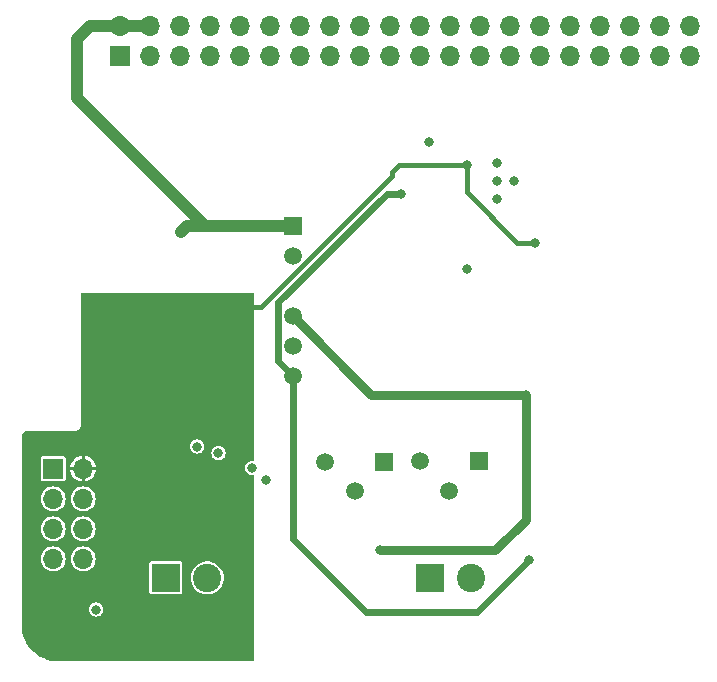
<source format=gbr>
%TF.GenerationSoftware,KiCad,Pcbnew,8.0.8*%
%TF.CreationDate,2025-02-25T11:28:35+01:00*%
%TF.ProjectId,ADC_16bit_board_v0r0,4144435f-3136-4626-9974-5f626f617264,rev?*%
%TF.SameCoordinates,Original*%
%TF.FileFunction,Copper,L3,Inr*%
%TF.FilePolarity,Positive*%
%FSLAX46Y46*%
G04 Gerber Fmt 4.6, Leading zero omitted, Abs format (unit mm)*
G04 Created by KiCad (PCBNEW 8.0.8) date 2025-02-25 11:28:35*
%MOMM*%
%LPD*%
G01*
G04 APERTURE LIST*
%TA.AperFunction,ComponentPad*%
%ADD10R,1.700000X1.700000*%
%TD*%
%TA.AperFunction,ComponentPad*%
%ADD11O,1.700000X1.700000*%
%TD*%
%TA.AperFunction,ComponentPad*%
%ADD12R,2.400000X2.400000*%
%TD*%
%TA.AperFunction,ComponentPad*%
%ADD13C,2.400000*%
%TD*%
%TA.AperFunction,ComponentPad*%
%ADD14R,1.500000X1.500000*%
%TD*%
%TA.AperFunction,ComponentPad*%
%ADD15C,1.500000*%
%TD*%
%TA.AperFunction,ComponentPad*%
%ADD16R,1.508000X1.508000*%
%TD*%
%TA.AperFunction,ComponentPad*%
%ADD17C,1.508000*%
%TD*%
%TA.AperFunction,ViaPad*%
%ADD18C,0.800000*%
%TD*%
%TA.AperFunction,Conductor*%
%ADD19C,0.600000*%
%TD*%
%TA.AperFunction,Conductor*%
%ADD20C,0.400000*%
%TD*%
%TA.AperFunction,Conductor*%
%ADD21C,1.000000*%
%TD*%
%TA.AperFunction,Conductor*%
%ADD22C,0.800000*%
%TD*%
G04 APERTURE END LIST*
D10*
%TO.N,GAIN*%
%TO.C,J4*%
X194960000Y-100880000D03*
D11*
%TO.N,VDD*%
X197500000Y-100880000D03*
%TO.N,GAIN*%
X194960000Y-103420000D03*
%TO.N,Net-(J4-Pin_4)*%
X197500000Y-103420000D03*
%TO.N,GAIN*%
X194960000Y-105960000D03*
%TO.N,Net-(J4-Pin_6)*%
X197500000Y-105960000D03*
%TO.N,GAIN*%
X194960000Y-108500000D03*
%TO.N,GND*%
X197500000Y-108500000D03*
%TD*%
D12*
%TO.N,Net-(J1-Pin_1)*%
%TO.C,J1*%
X226850000Y-110150000D03*
D13*
%TO.N,Net-(J1-Pin_2)*%
X230350000Y-110150000D03*
%TD*%
D14*
%TO.N,VBUS*%
%TO.C,U2*%
X215250000Y-80325000D03*
D15*
%TO.N,GND*%
X215250000Y-82865000D03*
%TO.N,-5VA*%
X215250000Y-87945000D03*
%TO.N,GNDA*%
X215250000Y-90485000D03*
%TO.N,+5VA*%
X215250000Y-93025000D03*
%TD*%
D16*
%TO.N,Net-(U3-+)*%
%TO.C,RV1*%
X231000000Y-100250000D03*
D17*
%TO.N,Net-(C10-Pad2)*%
X228500000Y-102750000D03*
%TO.N,unconnected-(RV1-Pad3)*%
X226000000Y-100250000D03*
%TD*%
D16*
%TO.N,Net-(RV2-Pad1)*%
%TO.C,RV2*%
X223000000Y-100270000D03*
D17*
%TO.N,Net-(RV2-Pad2)*%
X220500000Y-102770000D03*
%TO.N,unconnected-(RV2-Pad3)*%
X218000000Y-100270000D03*
%TD*%
D12*
%TO.N,Net-(J2-Pin_1)*%
%TO.C,J2*%
X204500000Y-110109000D03*
D13*
%TO.N,Net-(J2-Pin_2)*%
X208000000Y-110109000D03*
%TD*%
D10*
%TO.N,+3V3*%
%TO.C,J3*%
X200650000Y-65940000D03*
D11*
%TO.N,VBUS*%
X200650000Y-63400000D03*
%TO.N,/GPIO2{slash}SDA1*%
X203190000Y-65940000D03*
%TO.N,VBUS*%
X203190000Y-63400000D03*
%TO.N,/GPIO3{slash}SCL1*%
X205730000Y-65940000D03*
%TO.N,GND*%
X205730000Y-63400000D03*
%TO.N,/GPIO4{slash}GPCLK0*%
X208270000Y-65940000D03*
%TO.N,/GPIO14{slash}TXD0*%
X208270000Y-63400000D03*
%TO.N,GND*%
X210810000Y-65940000D03*
%TO.N,/GPIO15{slash}RXD0*%
X210810000Y-63400000D03*
%TO.N,/GPIO17*%
X213350000Y-65940000D03*
%TO.N,I2S_BCLK*%
X213350000Y-63400000D03*
%TO.N,/GPIO27*%
X215890000Y-65940000D03*
%TO.N,GND*%
X215890000Y-63400000D03*
%TO.N,/GPIO22*%
X218430000Y-65940000D03*
%TO.N,/GPIO23*%
X218430000Y-63400000D03*
%TO.N,+3V3*%
X220970000Y-65940000D03*
%TO.N,/GPIO24*%
X220970000Y-63400000D03*
%TO.N,SPI_MOSI*%
X223510000Y-65940000D03*
%TO.N,GND*%
X223510000Y-63400000D03*
%TO.N,SPI_MISO*%
X226050000Y-65940000D03*
%TO.N,/GPIO25*%
X226050000Y-63400000D03*
%TO.N,SPI_CLK*%
X228590000Y-65940000D03*
%TO.N,SPI_CS*%
X228590000Y-63400000D03*
%TO.N,GND*%
X231130000Y-65940000D03*
%TO.N,/GPIO7{slash}SPI0.CE1*%
X231130000Y-63400000D03*
%TO.N,/ID_SDA*%
X233670000Y-65940000D03*
%TO.N,/ID_SCL*%
X233670000Y-63400000D03*
%TO.N,/GPIO5*%
X236210000Y-65940000D03*
%TO.N,GND*%
X236210000Y-63400000D03*
%TO.N,/GPIO6*%
X238750000Y-65940000D03*
%TO.N,/GPIO12{slash}PWM0*%
X238750000Y-63400000D03*
%TO.N,/GPIO13{slash}PWM1*%
X241290000Y-65940000D03*
%TO.N,GND*%
X241290000Y-63400000D03*
%TO.N,I2S_LRCLK*%
X243830000Y-65940000D03*
%TO.N,/GPIO16*%
X243830000Y-63400000D03*
%TO.N,/GPIO26*%
X246370000Y-65940000D03*
%TO.N,/GPIO20{slash}PCM.DIN*%
X246370000Y-63400000D03*
%TO.N,GND*%
X248910000Y-65940000D03*
%TO.N,I2S_DOUT*%
X248910000Y-63400000D03*
%TD*%
D18*
%TO.N,SPI_MOSI*%
X226750000Y-73250000D03*
X230000000Y-84000000D03*
%TO.N,+5VA*%
X224367083Y-77603493D03*
X235200000Y-108600000D03*
%TO.N,VDD*%
X203600000Y-101800000D03*
X229950000Y-75200000D03*
X235750000Y-81750000D03*
X194600000Y-115400000D03*
X204088590Y-100050000D03*
X204600000Y-97000000D03*
X206800000Y-87200000D03*
%TO.N,VBUS*%
X205800000Y-80800000D03*
%TO.N,-5VA*%
X222600000Y-107800000D03*
X235000000Y-94600000D03*
%TO.N,I2S_LRCLK*%
X212950000Y-101800000D03*
%TO.N,GND*%
X232500000Y-78000000D03*
X232500000Y-75000000D03*
X232500000Y-76500000D03*
X234000000Y-76500000D03*
%TO.N,I2S_DOUT*%
X208950000Y-99550000D03*
%TO.N,I2S_BCLK*%
X211800000Y-100800000D03*
%TO.N,GAIN*%
X207150000Y-99000000D03*
%TO.N,Net-(J4-Pin_6)*%
X198600000Y-112800000D03*
%TD*%
D19*
%TO.N,+5VA*%
X214000000Y-91775000D02*
X215250000Y-93025000D01*
X223196507Y-77603493D02*
X214000000Y-86800000D01*
X224367083Y-77603493D02*
X223196507Y-77603493D01*
X214000000Y-86800000D02*
X214000000Y-91775000D01*
D20*
%TO.N,VDD*%
X224197918Y-75200000D02*
X229950000Y-75200000D01*
X223650000Y-75747918D02*
X224197918Y-75200000D01*
X223650000Y-76091346D02*
X223650000Y-75747918D01*
X212541346Y-87200000D02*
X223650000Y-76091346D01*
X206800000Y-87200000D02*
X212541346Y-87200000D01*
X234250000Y-81750000D02*
X235750000Y-81750000D01*
X229950000Y-77450000D02*
X234250000Y-81750000D01*
X229950000Y-75200000D02*
X229950000Y-77450000D01*
D19*
%TO.N,+5VA*%
X230800000Y-113000000D02*
X235200000Y-108600000D01*
X215250000Y-106850000D02*
X221400000Y-113000000D01*
X221400000Y-113000000D02*
X230800000Y-113000000D01*
X215250000Y-93025000D02*
X215250000Y-106850000D01*
D21*
%TO.N,VBUS*%
X207825000Y-80325000D02*
X206275000Y-80325000D01*
X197000000Y-64500000D02*
X197000000Y-69500000D01*
X200650000Y-63400000D02*
X198100000Y-63400000D01*
X206275000Y-80325000D02*
X205800000Y-80800000D01*
X207825000Y-80325000D02*
X215250000Y-80325000D01*
X203190000Y-63400000D02*
X200650000Y-63400000D01*
X198100000Y-63400000D02*
X197000000Y-64500000D01*
X197000000Y-69500000D02*
X207825000Y-80325000D01*
D22*
%TO.N,-5VA*%
X235000000Y-105200000D02*
X235000000Y-94600000D01*
X235000000Y-94600000D02*
X221905000Y-94600000D01*
X221905000Y-94600000D02*
X215250000Y-87945000D01*
X232400000Y-107800000D02*
X235000000Y-105200000D01*
X222600000Y-107800000D02*
X232400000Y-107800000D01*
%TD*%
%TA.AperFunction,Conductor*%
%TO.N,VDD*%
G36*
X211981548Y-86018452D02*
G01*
X212000000Y-86063000D01*
X212000000Y-100148810D01*
X211981548Y-100193358D01*
X211937000Y-100211810D01*
X211928777Y-100211271D01*
X211800000Y-100194318D01*
X211643236Y-100214956D01*
X211643233Y-100214956D01*
X211497160Y-100275463D01*
X211497158Y-100275464D01*
X211371721Y-100371714D01*
X211371714Y-100371721D01*
X211275464Y-100497158D01*
X211275463Y-100497160D01*
X211214956Y-100643233D01*
X211214956Y-100643236D01*
X211194318Y-100799999D01*
X211194318Y-100800000D01*
X211214956Y-100956763D01*
X211214956Y-100956766D01*
X211275463Y-101102839D01*
X211275464Y-101102841D01*
X211371714Y-101228278D01*
X211371721Y-101228285D01*
X211439247Y-101280099D01*
X211497159Y-101324536D01*
X211548797Y-101345925D01*
X211643235Y-101385043D01*
X211643238Y-101385044D01*
X211771984Y-101401993D01*
X211799999Y-101405682D01*
X211799999Y-101405681D01*
X211800000Y-101405682D01*
X211928777Y-101388728D01*
X211975352Y-101401208D01*
X211999461Y-101442966D01*
X212000000Y-101451189D01*
X212000000Y-117097000D01*
X211981548Y-117141548D01*
X211937000Y-117160000D01*
X195300455Y-117160000D01*
X195299572Y-117159994D01*
X195134750Y-117157683D01*
X195128579Y-117157293D01*
X194800595Y-117120338D01*
X194793630Y-117119154D01*
X194472295Y-117045811D01*
X194465506Y-117043856D01*
X194154381Y-116934989D01*
X194147854Y-116932285D01*
X193850888Y-116789274D01*
X193844705Y-116785857D01*
X193565609Y-116610489D01*
X193559847Y-116606400D01*
X193302154Y-116400897D01*
X193296886Y-116396190D01*
X193063809Y-116163113D01*
X193059102Y-116157845D01*
X192853599Y-115900152D01*
X192849510Y-115894390D01*
X192674142Y-115615294D01*
X192670725Y-115609111D01*
X192527714Y-115312145D01*
X192525010Y-115305618D01*
X192416143Y-114994493D01*
X192414188Y-114987704D01*
X192340845Y-114666369D01*
X192339661Y-114659404D01*
X192302705Y-114331408D01*
X192302316Y-114325261D01*
X192300006Y-114160427D01*
X192300000Y-114159544D01*
X192300000Y-112799999D01*
X197994318Y-112799999D01*
X197994318Y-112800000D01*
X198014956Y-112956763D01*
X198014956Y-112956766D01*
X198075463Y-113102839D01*
X198075464Y-113102841D01*
X198171714Y-113228278D01*
X198171721Y-113228285D01*
X198265798Y-113300472D01*
X198297159Y-113324536D01*
X198389274Y-113362691D01*
X198443235Y-113385043D01*
X198443238Y-113385044D01*
X198600000Y-113405682D01*
X198756762Y-113385044D01*
X198756764Y-113385043D01*
X198756766Y-113385043D01*
X198821365Y-113358284D01*
X198902841Y-113324536D01*
X199028282Y-113228282D01*
X199124536Y-113102841D01*
X199158284Y-113021365D01*
X199185043Y-112956766D01*
X199185043Y-112956764D01*
X199185044Y-112956762D01*
X199205682Y-112800000D01*
X199185044Y-112643238D01*
X199185043Y-112643235D01*
X199185043Y-112643233D01*
X199124536Y-112497160D01*
X199124535Y-112497158D01*
X199028285Y-112371721D01*
X199028278Y-112371714D01*
X198902841Y-112275464D01*
X198902839Y-112275463D01*
X198756764Y-112214956D01*
X198600000Y-112194318D01*
X198443236Y-112214956D01*
X198443233Y-112214956D01*
X198297160Y-112275463D01*
X198297158Y-112275464D01*
X198171721Y-112371714D01*
X198171714Y-112371721D01*
X198075464Y-112497158D01*
X198075463Y-112497160D01*
X198014956Y-112643233D01*
X198014956Y-112643236D01*
X197994318Y-112799999D01*
X192300000Y-112799999D01*
X192300000Y-108500000D01*
X193904417Y-108500000D01*
X193924700Y-108705936D01*
X193924702Y-108705942D01*
X193984766Y-108903952D01*
X193984767Y-108903954D01*
X194082312Y-109086446D01*
X194082314Y-109086449D01*
X194082315Y-109086450D01*
X194213590Y-109246410D01*
X194373550Y-109377685D01*
X194373551Y-109377685D01*
X194373553Y-109377687D01*
X194556045Y-109475232D01*
X194556047Y-109475233D01*
X194698763Y-109518524D01*
X194754066Y-109535300D01*
X194960000Y-109555583D01*
X195165934Y-109535300D01*
X195283378Y-109499674D01*
X195363952Y-109475233D01*
X195363954Y-109475232D01*
X195429591Y-109440148D01*
X195546450Y-109377685D01*
X195706410Y-109246410D01*
X195837685Y-109086450D01*
X195935232Y-108903954D01*
X195957433Y-108830768D01*
X195982933Y-108746702D01*
X195995300Y-108705934D01*
X196015583Y-108500000D01*
X196444417Y-108500000D01*
X196464700Y-108705936D01*
X196464702Y-108705942D01*
X196524766Y-108903952D01*
X196524767Y-108903954D01*
X196622312Y-109086446D01*
X196622314Y-109086449D01*
X196622315Y-109086450D01*
X196753590Y-109246410D01*
X196913550Y-109377685D01*
X196913551Y-109377685D01*
X196913553Y-109377687D01*
X197096045Y-109475232D01*
X197096047Y-109475233D01*
X197238763Y-109518524D01*
X197294066Y-109535300D01*
X197500000Y-109555583D01*
X197705934Y-109535300D01*
X197823378Y-109499674D01*
X197903952Y-109475233D01*
X197903954Y-109475232D01*
X197969591Y-109440148D01*
X198086450Y-109377685D01*
X198246410Y-109246410D01*
X198377685Y-109086450D01*
X198475232Y-108903954D01*
X198479692Y-108889252D01*
X203099500Y-108889252D01*
X203099500Y-111328748D01*
X203111133Y-111387231D01*
X203155448Y-111453552D01*
X203221769Y-111497867D01*
X203280252Y-111509500D01*
X203280255Y-111509500D01*
X205719745Y-111509500D01*
X205719748Y-111509500D01*
X205778231Y-111497867D01*
X205844552Y-111453552D01*
X205888867Y-111387231D01*
X205900500Y-111328748D01*
X205900500Y-110109000D01*
X206594700Y-110109000D01*
X206613865Y-110340299D01*
X206613867Y-110340311D01*
X206670840Y-110565293D01*
X206670842Y-110565299D01*
X206670843Y-110565300D01*
X206764076Y-110777849D01*
X206891021Y-110972153D01*
X207048216Y-111142913D01*
X207231374Y-111285470D01*
X207435497Y-111395936D01*
X207435506Y-111395939D01*
X207655012Y-111471296D01*
X207655013Y-111471297D01*
X207883950Y-111509500D01*
X207883951Y-111509500D01*
X208116050Y-111509500D01*
X208230939Y-111490328D01*
X208344981Y-111471298D01*
X208344981Y-111471297D01*
X208344986Y-111471297D01*
X208344987Y-111471296D01*
X208396679Y-111453550D01*
X208564503Y-111395936D01*
X208768626Y-111285470D01*
X208951784Y-111142913D01*
X209108979Y-110972153D01*
X209235924Y-110777849D01*
X209329157Y-110565300D01*
X209386134Y-110340305D01*
X209405300Y-110109000D01*
X209386134Y-109877695D01*
X209329157Y-109652700D01*
X209235924Y-109440151D01*
X209108979Y-109245847D01*
X208951784Y-109075087D01*
X208768626Y-108932530D01*
X208768624Y-108932529D01*
X208768623Y-108932528D01*
X208564505Y-108822065D01*
X208564493Y-108822060D01*
X208344987Y-108746703D01*
X208344986Y-108746702D01*
X208116050Y-108708500D01*
X208116049Y-108708500D01*
X207883951Y-108708500D01*
X207883950Y-108708500D01*
X207655013Y-108746702D01*
X207655012Y-108746703D01*
X207435506Y-108822060D01*
X207435494Y-108822065D01*
X207231376Y-108932528D01*
X207231372Y-108932531D01*
X207048217Y-109075086D01*
X206891019Y-109245849D01*
X206764079Y-109440145D01*
X206764077Y-109440148D01*
X206670840Y-109652706D01*
X206613867Y-109877688D01*
X206613865Y-109877700D01*
X206594700Y-110109000D01*
X205900500Y-110109000D01*
X205900500Y-108889252D01*
X205888867Y-108830769D01*
X205844552Y-108764448D01*
X205778231Y-108720133D01*
X205719748Y-108708500D01*
X203280252Y-108708500D01*
X203236389Y-108717224D01*
X203221768Y-108720133D01*
X203155449Y-108764447D01*
X203155447Y-108764449D01*
X203111133Y-108830768D01*
X203111133Y-108830769D01*
X203099500Y-108889252D01*
X198479692Y-108889252D01*
X198497433Y-108830768D01*
X198522933Y-108746702D01*
X198535300Y-108705934D01*
X198555583Y-108500000D01*
X198535300Y-108294066D01*
X198518524Y-108238763D01*
X198475233Y-108096047D01*
X198475232Y-108096045D01*
X198377687Y-107913553D01*
X198377685Y-107913550D01*
X198246410Y-107753590D01*
X198086450Y-107622315D01*
X198086449Y-107622314D01*
X198086446Y-107622312D01*
X197903954Y-107524767D01*
X197903952Y-107524766D01*
X197705942Y-107464702D01*
X197705936Y-107464700D01*
X197500000Y-107444417D01*
X197294063Y-107464700D01*
X197294057Y-107464702D01*
X197096047Y-107524766D01*
X197096045Y-107524767D01*
X196913553Y-107622312D01*
X196753590Y-107753590D01*
X196622312Y-107913553D01*
X196524767Y-108096045D01*
X196524766Y-108096047D01*
X196464702Y-108294057D01*
X196464700Y-108294063D01*
X196444417Y-108500000D01*
X196015583Y-108500000D01*
X195995300Y-108294066D01*
X195978524Y-108238763D01*
X195935233Y-108096047D01*
X195935232Y-108096045D01*
X195837687Y-107913553D01*
X195837685Y-107913550D01*
X195706410Y-107753590D01*
X195546450Y-107622315D01*
X195546449Y-107622314D01*
X195546446Y-107622312D01*
X195363954Y-107524767D01*
X195363952Y-107524766D01*
X195165942Y-107464702D01*
X195165936Y-107464700D01*
X194960000Y-107444417D01*
X194754063Y-107464700D01*
X194754057Y-107464702D01*
X194556047Y-107524766D01*
X194556045Y-107524767D01*
X194373553Y-107622312D01*
X194213590Y-107753590D01*
X194082312Y-107913553D01*
X193984767Y-108096045D01*
X193984766Y-108096047D01*
X193924702Y-108294057D01*
X193924700Y-108294063D01*
X193904417Y-108500000D01*
X192300000Y-108500000D01*
X192300000Y-105960000D01*
X193904417Y-105960000D01*
X193924700Y-106165936D01*
X193924702Y-106165942D01*
X193984766Y-106363952D01*
X193984767Y-106363954D01*
X194082312Y-106546446D01*
X194082314Y-106546449D01*
X194082315Y-106546450D01*
X194213590Y-106706410D01*
X194373550Y-106837685D01*
X194373551Y-106837685D01*
X194373553Y-106837687D01*
X194556045Y-106935232D01*
X194556047Y-106935233D01*
X194698763Y-106978524D01*
X194754066Y-106995300D01*
X194960000Y-107015583D01*
X195165934Y-106995300D01*
X195283378Y-106959674D01*
X195363952Y-106935233D01*
X195363954Y-106935232D01*
X195546446Y-106837687D01*
X195546445Y-106837687D01*
X195546450Y-106837685D01*
X195706410Y-106706410D01*
X195837685Y-106546450D01*
X195935232Y-106363954D01*
X195995300Y-106165934D01*
X196015583Y-105960000D01*
X196444417Y-105960000D01*
X196464700Y-106165936D01*
X196464702Y-106165942D01*
X196524766Y-106363952D01*
X196524767Y-106363954D01*
X196622312Y-106546446D01*
X196622314Y-106546449D01*
X196622315Y-106546450D01*
X196753590Y-106706410D01*
X196913550Y-106837685D01*
X196913551Y-106837685D01*
X196913553Y-106837687D01*
X197096045Y-106935232D01*
X197096047Y-106935233D01*
X197238763Y-106978524D01*
X197294066Y-106995300D01*
X197500000Y-107015583D01*
X197705934Y-106995300D01*
X197823378Y-106959674D01*
X197903952Y-106935233D01*
X197903954Y-106935232D01*
X198086446Y-106837687D01*
X198086445Y-106837687D01*
X198086450Y-106837685D01*
X198246410Y-106706410D01*
X198377685Y-106546450D01*
X198475232Y-106363954D01*
X198535300Y-106165934D01*
X198555583Y-105960000D01*
X198535300Y-105754066D01*
X198518524Y-105698763D01*
X198475233Y-105556047D01*
X198475232Y-105556045D01*
X198377687Y-105373553D01*
X198377685Y-105373550D01*
X198246410Y-105213590D01*
X198086450Y-105082315D01*
X198086449Y-105082314D01*
X198086446Y-105082312D01*
X197903954Y-104984767D01*
X197903952Y-104984766D01*
X197705942Y-104924702D01*
X197705936Y-104924700D01*
X197500000Y-104904417D01*
X197294063Y-104924700D01*
X197294057Y-104924702D01*
X197096047Y-104984766D01*
X197096045Y-104984767D01*
X196913553Y-105082312D01*
X196753590Y-105213590D01*
X196622312Y-105373553D01*
X196524767Y-105556045D01*
X196524766Y-105556047D01*
X196464702Y-105754057D01*
X196464700Y-105754063D01*
X196444417Y-105960000D01*
X196015583Y-105960000D01*
X195995300Y-105754066D01*
X195978524Y-105698763D01*
X195935233Y-105556047D01*
X195935232Y-105556045D01*
X195837687Y-105373553D01*
X195837685Y-105373550D01*
X195706410Y-105213590D01*
X195546450Y-105082315D01*
X195546449Y-105082314D01*
X195546446Y-105082312D01*
X195363954Y-104984767D01*
X195363952Y-104984766D01*
X195165942Y-104924702D01*
X195165936Y-104924700D01*
X194960000Y-104904417D01*
X194754063Y-104924700D01*
X194754057Y-104924702D01*
X194556047Y-104984766D01*
X194556045Y-104984767D01*
X194373553Y-105082312D01*
X194213590Y-105213590D01*
X194082312Y-105373553D01*
X193984767Y-105556045D01*
X193984766Y-105556047D01*
X193924702Y-105754057D01*
X193924700Y-105754063D01*
X193904417Y-105960000D01*
X192300000Y-105960000D01*
X192300000Y-103420000D01*
X193904417Y-103420000D01*
X193924700Y-103625936D01*
X193924702Y-103625942D01*
X193984766Y-103823952D01*
X193984767Y-103823954D01*
X194082312Y-104006446D01*
X194082314Y-104006449D01*
X194082315Y-104006450D01*
X194213590Y-104166410D01*
X194373550Y-104297685D01*
X194373551Y-104297685D01*
X194373553Y-104297687D01*
X194556045Y-104395232D01*
X194556047Y-104395233D01*
X194698763Y-104438524D01*
X194754066Y-104455300D01*
X194960000Y-104475583D01*
X195165934Y-104455300D01*
X195283378Y-104419674D01*
X195363952Y-104395233D01*
X195363954Y-104395232D01*
X195546446Y-104297687D01*
X195546445Y-104297687D01*
X195546450Y-104297685D01*
X195706410Y-104166410D01*
X195837685Y-104006450D01*
X195935232Y-103823954D01*
X195995300Y-103625934D01*
X196015583Y-103420000D01*
X196444417Y-103420000D01*
X196464700Y-103625936D01*
X196464702Y-103625942D01*
X196524766Y-103823952D01*
X196524767Y-103823954D01*
X196622312Y-104006446D01*
X196622314Y-104006449D01*
X196622315Y-104006450D01*
X196753590Y-104166410D01*
X196913550Y-104297685D01*
X196913551Y-104297685D01*
X196913553Y-104297687D01*
X197096045Y-104395232D01*
X197096047Y-104395233D01*
X197238763Y-104438524D01*
X197294066Y-104455300D01*
X197500000Y-104475583D01*
X197705934Y-104455300D01*
X197823378Y-104419674D01*
X197903952Y-104395233D01*
X197903954Y-104395232D01*
X198086446Y-104297687D01*
X198086445Y-104297687D01*
X198086450Y-104297685D01*
X198246410Y-104166410D01*
X198377685Y-104006450D01*
X198475232Y-103823954D01*
X198535300Y-103625934D01*
X198555583Y-103420000D01*
X198535300Y-103214066D01*
X198518524Y-103158763D01*
X198475233Y-103016047D01*
X198475232Y-103016045D01*
X198377687Y-102833553D01*
X198377685Y-102833550D01*
X198246410Y-102673590D01*
X198086450Y-102542315D01*
X198086449Y-102542314D01*
X198086446Y-102542312D01*
X197903954Y-102444767D01*
X197903952Y-102444766D01*
X197705942Y-102384702D01*
X197705936Y-102384700D01*
X197500000Y-102364417D01*
X197294063Y-102384700D01*
X197294057Y-102384702D01*
X197096047Y-102444766D01*
X197096045Y-102444767D01*
X196913553Y-102542312D01*
X196753590Y-102673590D01*
X196622312Y-102833553D01*
X196524767Y-103016045D01*
X196524766Y-103016047D01*
X196464702Y-103214057D01*
X196464700Y-103214063D01*
X196444417Y-103420000D01*
X196015583Y-103420000D01*
X195995300Y-103214066D01*
X195978524Y-103158763D01*
X195935233Y-103016047D01*
X195935232Y-103016045D01*
X195837687Y-102833553D01*
X195837685Y-102833550D01*
X195706410Y-102673590D01*
X195546450Y-102542315D01*
X195546449Y-102542314D01*
X195546446Y-102542312D01*
X195363954Y-102444767D01*
X195363952Y-102444766D01*
X195165942Y-102384702D01*
X195165936Y-102384700D01*
X194960000Y-102364417D01*
X194754063Y-102384700D01*
X194754057Y-102384702D01*
X194556047Y-102444766D01*
X194556045Y-102444767D01*
X194373553Y-102542312D01*
X194213590Y-102673590D01*
X194082312Y-102833553D01*
X193984767Y-103016045D01*
X193984766Y-103016047D01*
X193924702Y-103214057D01*
X193924700Y-103214063D01*
X193904417Y-103420000D01*
X192300000Y-103420000D01*
X192300000Y-100010252D01*
X193909500Y-100010252D01*
X193909500Y-101749748D01*
X193921133Y-101808231D01*
X193965448Y-101874552D01*
X194031769Y-101918867D01*
X194090252Y-101930500D01*
X194090255Y-101930500D01*
X195829745Y-101930500D01*
X195829748Y-101930500D01*
X195888231Y-101918867D01*
X195954552Y-101874552D01*
X195998867Y-101808231D01*
X196010500Y-101749748D01*
X196010500Y-100751999D01*
X196401122Y-100751999D01*
X196401123Y-100752000D01*
X197016660Y-100752000D01*
X197000000Y-100814174D01*
X197000000Y-100945826D01*
X197016660Y-101008000D01*
X196401122Y-101008000D01*
X196408172Y-101084091D01*
X196408172Y-101084093D01*
X196464268Y-101281246D01*
X196555629Y-101464723D01*
X196555634Y-101464731D01*
X196679151Y-101628294D01*
X196679158Y-101628301D01*
X196830629Y-101766386D01*
X196830628Y-101766386D01*
X197004902Y-101874292D01*
X197196028Y-101948334D01*
X197196039Y-101948337D01*
X197371999Y-101981230D01*
X197372000Y-101981230D01*
X197372000Y-101363340D01*
X197434174Y-101380000D01*
X197565826Y-101380000D01*
X197628000Y-101363340D01*
X197628000Y-101981230D01*
X197803960Y-101948337D01*
X197803971Y-101948334D01*
X197995097Y-101874292D01*
X198169370Y-101766386D01*
X198320841Y-101628301D01*
X198320848Y-101628294D01*
X198444365Y-101464731D01*
X198444370Y-101464723D01*
X198535731Y-101281246D01*
X198591827Y-101084093D01*
X198591827Y-101084091D01*
X198598878Y-101008000D01*
X197983340Y-101008000D01*
X198000000Y-100945826D01*
X198000000Y-100814174D01*
X197983340Y-100752000D01*
X198598877Y-100752000D01*
X198598877Y-100751999D01*
X198591827Y-100675908D01*
X198591827Y-100675906D01*
X198535731Y-100478753D01*
X198444370Y-100295276D01*
X198444365Y-100295268D01*
X198320848Y-100131705D01*
X198320841Y-100131698D01*
X198169370Y-99993613D01*
X198169371Y-99993613D01*
X197995097Y-99885707D01*
X197803971Y-99811665D01*
X197803961Y-99811662D01*
X197628000Y-99778768D01*
X197628000Y-100396659D01*
X197565826Y-100380000D01*
X197434174Y-100380000D01*
X197372000Y-100396659D01*
X197372000Y-99778768D01*
X197196038Y-99811662D01*
X197196028Y-99811665D01*
X197004902Y-99885707D01*
X196830629Y-99993613D01*
X196679158Y-100131698D01*
X196679151Y-100131705D01*
X196555634Y-100295268D01*
X196555629Y-100295276D01*
X196464268Y-100478753D01*
X196408172Y-100675906D01*
X196408172Y-100675908D01*
X196401122Y-100751999D01*
X196010500Y-100751999D01*
X196010500Y-100010252D01*
X195998867Y-99951769D01*
X195954552Y-99885448D01*
X195888231Y-99841133D01*
X195829748Y-99829500D01*
X194090252Y-99829500D01*
X194046389Y-99838224D01*
X194031768Y-99841133D01*
X193965449Y-99885447D01*
X193965447Y-99885449D01*
X193921133Y-99951768D01*
X193921133Y-99951769D01*
X193909500Y-100010252D01*
X192300000Y-100010252D01*
X192300000Y-98999999D01*
X206544318Y-98999999D01*
X206544318Y-99000000D01*
X206564956Y-99156763D01*
X206564956Y-99156766D01*
X206625463Y-99302839D01*
X206625464Y-99302841D01*
X206721714Y-99428278D01*
X206721721Y-99428285D01*
X206815798Y-99500472D01*
X206847159Y-99524536D01*
X206939274Y-99562691D01*
X206993235Y-99585043D01*
X206993238Y-99585044D01*
X207150000Y-99605682D01*
X207306762Y-99585044D01*
X207306764Y-99585043D01*
X207306766Y-99585043D01*
X207371365Y-99558284D01*
X207391367Y-99549999D01*
X208344318Y-99549999D01*
X208344318Y-99550000D01*
X208364956Y-99706763D01*
X208364956Y-99706766D01*
X208425463Y-99852839D01*
X208425464Y-99852841D01*
X208521714Y-99978278D01*
X208521721Y-99978285D01*
X208563382Y-100010252D01*
X208647159Y-100074536D01*
X208739274Y-100112691D01*
X208793235Y-100135043D01*
X208793238Y-100135044D01*
X208950000Y-100155682D01*
X209106762Y-100135044D01*
X209106764Y-100135043D01*
X209106766Y-100135043D01*
X209171365Y-100108284D01*
X209252841Y-100074536D01*
X209378282Y-99978282D01*
X209474536Y-99852841D01*
X209508284Y-99771365D01*
X209535043Y-99706766D01*
X209535043Y-99706764D01*
X209535044Y-99706762D01*
X209555682Y-99550000D01*
X209535044Y-99393238D01*
X209535043Y-99393235D01*
X209535043Y-99393233D01*
X209474536Y-99247160D01*
X209474535Y-99247158D01*
X209378285Y-99121721D01*
X209378278Y-99121714D01*
X209252841Y-99025464D01*
X209252839Y-99025463D01*
X209106764Y-98964956D01*
X208950000Y-98944318D01*
X208793236Y-98964956D01*
X208793233Y-98964956D01*
X208647160Y-99025463D01*
X208647158Y-99025464D01*
X208521721Y-99121714D01*
X208521714Y-99121721D01*
X208425464Y-99247158D01*
X208425463Y-99247160D01*
X208364956Y-99393233D01*
X208364956Y-99393236D01*
X208344318Y-99549999D01*
X207391367Y-99549999D01*
X207452841Y-99524536D01*
X207578282Y-99428282D01*
X207674536Y-99302841D01*
X207708284Y-99221365D01*
X207735043Y-99156766D01*
X207735043Y-99156764D01*
X207735044Y-99156762D01*
X207755682Y-99000000D01*
X207735044Y-98843238D01*
X207735043Y-98843235D01*
X207735043Y-98843233D01*
X207674536Y-98697160D01*
X207674535Y-98697158D01*
X207578285Y-98571721D01*
X207578278Y-98571714D01*
X207452841Y-98475464D01*
X207452839Y-98475463D01*
X207306764Y-98414956D01*
X207150000Y-98394318D01*
X206993236Y-98414956D01*
X206993233Y-98414956D01*
X206847160Y-98475463D01*
X206847158Y-98475464D01*
X206721721Y-98571714D01*
X206721714Y-98571721D01*
X206625464Y-98697158D01*
X206625463Y-98697160D01*
X206564956Y-98843233D01*
X206564956Y-98843236D01*
X206544318Y-98999999D01*
X192300000Y-98999999D01*
X192300000Y-98161033D01*
X192300033Y-98158986D01*
X192300116Y-98156402D01*
X192301893Y-98101763D01*
X192304000Y-98087534D01*
X192333842Y-97976034D01*
X192340122Y-97960858D01*
X192397254Y-97861769D01*
X192407237Y-97848738D01*
X192488054Y-97767780D01*
X192501063Y-97757777D01*
X192600056Y-97700468D01*
X192615222Y-97694163D01*
X192726672Y-97664127D01*
X192740894Y-97661996D01*
X192798106Y-97660035D01*
X192800146Y-97660000D01*
X196800000Y-97660000D01*
X196800015Y-97660000D01*
X196865538Y-97657862D01*
X196865544Y-97657861D01*
X196865545Y-97657861D01*
X196865545Y-97657860D01*
X196865551Y-97657860D01*
X196992160Y-97623935D01*
X196992160Y-97623934D01*
X196992167Y-97623933D01*
X197105694Y-97558388D01*
X197198388Y-97465694D01*
X197263933Y-97352167D01*
X197263935Y-97352160D01*
X197297860Y-97225551D01*
X197297862Y-97225538D01*
X197300000Y-97160015D01*
X197300000Y-86063000D01*
X197318452Y-86018452D01*
X197363000Y-86000000D01*
X211937000Y-86000000D01*
X211981548Y-86018452D01*
G37*
%TD.AperFunction*%
%TD*%
M02*

</source>
